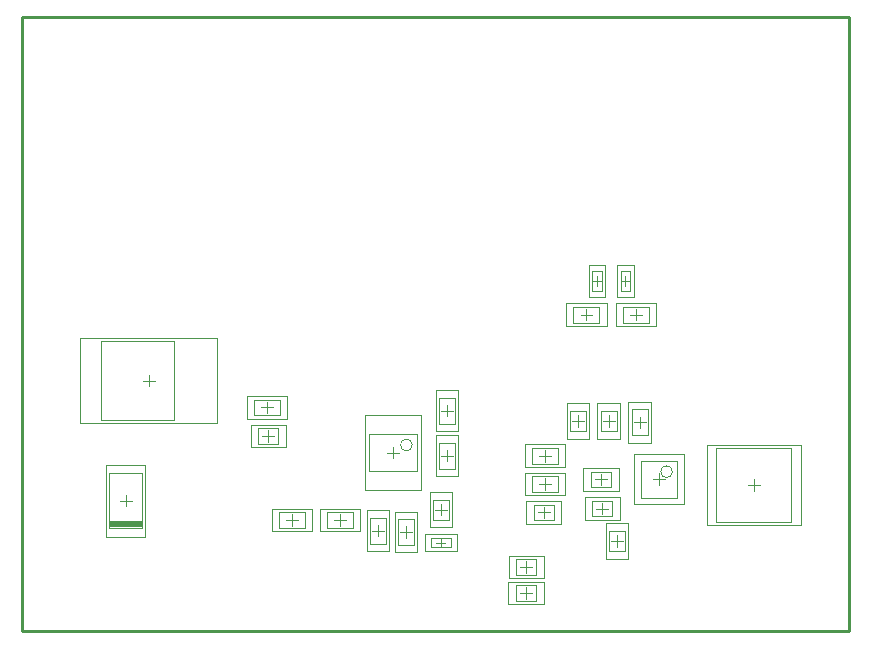
<source format=gm1>
G04*
G04 #@! TF.GenerationSoftware,Altium Limited,Altium Designer,18.1.11 (251)*
G04*
G04 Layer_Color=16711935*
%FSLAX25Y25*%
%MOIN*%
G70*
G01*
G75*
%ADD13C,0.00394*%
%ADD14C,0.01000*%
%ADD17R,0.10984X0.02436*%
%ADD18C,0.00197*%
D13*
X129996Y62059D02*
G03*
X129996Y62059I-1969J0D01*
G01*
X216733Y53150D02*
G03*
X216733Y53150I-1969J0D01*
G01*
X256209Y36221D02*
Y61024D01*
X231406Y36221D02*
Y61024D01*
Y36221D02*
X256209D01*
X231406Y61024D02*
X256209D01*
X39992Y34445D02*
Y52555D01*
X29008Y34445D02*
Y52555D01*
X39992D01*
X29008Y34445D02*
X39992D01*
X77169Y71866D02*
X85831D01*
X77169Y77181D02*
X85831D01*
Y71866D02*
Y77181D01*
X77169Y71866D02*
Y77181D01*
X115429Y53398D02*
Y65602D01*
X131571Y53398D02*
Y65602D01*
X115429Y53398D02*
X131571D01*
X115429Y65602D02*
X131571D01*
X202647Y113362D02*
Y120055D01*
X199497Y113362D02*
Y120055D01*
X202647D01*
X199497Y113362D02*
X202647D01*
X193147D02*
Y120055D01*
X189997Y113362D02*
Y120055D01*
X193147D01*
X189997Y113362D02*
X193147D01*
X183741Y108158D02*
X192403D01*
X183741Y102842D02*
X192403D01*
X183741D02*
Y108158D01*
X192403Y102842D02*
Y108158D01*
X200241Y102842D02*
X208903D01*
X200241Y108158D02*
X208903D01*
Y102842D02*
Y108158D01*
X200241Y102842D02*
Y108158D01*
X171299Y10063D02*
Y15378D01*
X164606Y10063D02*
Y15378D01*
Y10063D02*
X171299D01*
X164606Y15378D02*
X171299D01*
X203150Y65197D02*
Y73859D01*
X208465Y65197D02*
Y73859D01*
X203150Y65197D02*
X208465D01*
X203150Y73859D02*
X208465D01*
X192828Y66681D02*
X198143D01*
X192828Y73374D02*
X198143D01*
X192828Y66681D02*
Y73374D01*
X198143Y66681D02*
Y73374D01*
X182650Y66681D02*
X187965D01*
X182650Y73374D02*
X187965D01*
X182650Y66681D02*
Y73374D01*
X187965Y66681D02*
Y73374D01*
X170461Y36870D02*
Y42185D01*
X177154Y36870D02*
Y42185D01*
X170461D02*
X177154D01*
X170461Y36870D02*
X177154D01*
X169977Y46370D02*
X178638D01*
X169977Y51685D02*
X178638D01*
Y46370D02*
Y51685D01*
X169977Y46370D02*
Y51685D01*
X170020Y61116D02*
X178681D01*
X170020Y55801D02*
X178681D01*
X170020D02*
Y61116D01*
X178681Y55801D02*
Y61116D01*
X190008Y38192D02*
Y43507D01*
X196701Y38192D02*
Y43507D01*
X190008D02*
X196701D01*
X190008Y38192D02*
X196701D01*
X195650Y26660D02*
X200965D01*
X195650Y33353D02*
X200965D01*
X195650Y26660D02*
Y33353D01*
X200965Y26660D02*
Y33353D01*
X189508Y47870D02*
Y53185D01*
X196201Y47870D02*
Y53185D01*
X189508D02*
X196201D01*
X189508Y47870D02*
X196201D01*
X138842Y54169D02*
Y62831D01*
X144158Y54169D02*
Y62831D01*
X138842Y54169D02*
X144158D01*
X138842Y62831D02*
X144158D01*
X138842Y69169D02*
Y77831D01*
X144158Y69169D02*
Y77831D01*
X138842Y69169D02*
X144158D01*
X138842Y77831D02*
X144158D01*
X85669Y39701D02*
X94331D01*
X85669Y34386D02*
X94331D01*
X85669D02*
Y39701D01*
X94331Y34386D02*
Y39701D01*
X101669Y34386D02*
X110331D01*
X101669Y39701D02*
X110331D01*
Y34386D02*
Y39701D01*
X101669Y34386D02*
Y39701D01*
X136843Y43846D02*
X142157D01*
X136843Y37154D02*
X142157D01*
Y43846D01*
X136843Y37154D02*
Y43846D01*
X136153Y27925D02*
X142847D01*
X136153Y31075D02*
X142847D01*
Y27925D02*
Y31075D01*
X136153Y27925D02*
Y31075D01*
X121158Y29169D02*
Y37831D01*
X115842Y29169D02*
Y37831D01*
X121158D01*
X115842Y29169D02*
X121158D01*
X125343Y28669D02*
Y37331D01*
X130657Y28669D02*
Y37331D01*
X125343Y28669D02*
X130657D01*
X125343Y37331D02*
X130657D01*
X171394Y18741D02*
Y24056D01*
X164701Y18741D02*
Y24056D01*
Y18741D02*
X171394D01*
X164701Y24056D02*
X171394D01*
X206103Y56693D02*
X218307D01*
X206103Y44488D02*
X218307D01*
Y56693D01*
X206103Y44488D02*
Y56693D01*
X78654Y62343D02*
X85347D01*
X78654Y67658D02*
X85347D01*
Y62343D02*
Y67658D01*
X78654Y62343D02*
Y67658D01*
X26153Y96787D02*
X50642D01*
X26153Y70213D02*
X50642D01*
X26153D02*
Y96787D01*
X50642Y70213D02*
Y96787D01*
X241839Y48622D02*
X245776D01*
X243807Y46654D02*
Y50591D01*
X32531Y43500D02*
X36468D01*
X34500Y41532D02*
Y45469D01*
X81500Y72555D02*
Y76492D01*
X79532Y74524D02*
X83469D01*
X121531Y59500D02*
X125469D01*
X123500Y57531D02*
Y61468D01*
X199497Y116709D02*
X202647D01*
X201072Y115134D02*
Y118283D01*
X189997Y116709D02*
X193147D01*
X191572Y115134D02*
Y118283D01*
X188072Y103532D02*
Y107468D01*
X186103Y105500D02*
X190040D01*
X204572Y103532D02*
Y107468D01*
X202603Y105500D02*
X206540D01*
X165984Y12720D02*
X169921D01*
X167953Y10752D02*
Y14689D01*
X203839Y69528D02*
X207776D01*
X205807Y67559D02*
Y71496D01*
X195485Y68059D02*
Y71996D01*
X193517Y70028D02*
X197454D01*
X185307Y68059D02*
Y71996D01*
X183339Y70028D02*
X187276D01*
X171839Y39528D02*
X175776D01*
X173807Y37559D02*
Y41496D01*
X174307Y47059D02*
Y50996D01*
X172339Y49028D02*
X176276D01*
X174351Y56490D02*
Y60427D01*
X172382Y58459D02*
X176319D01*
X191386Y40850D02*
X195323D01*
X193355Y38881D02*
Y42818D01*
X198307Y28038D02*
Y31975D01*
X196339Y30006D02*
X200276D01*
X190886Y50528D02*
X194823D01*
X192855Y48559D02*
Y52496D01*
X139532Y58500D02*
X143468D01*
X141500Y56532D02*
Y60469D01*
X139532Y73500D02*
X143468D01*
X141500Y71531D02*
Y75468D01*
X90000Y35075D02*
Y39012D01*
X88032Y37043D02*
X91969D01*
X106000Y35075D02*
Y39012D01*
X104032Y37043D02*
X107968D01*
X139500Y38532D02*
Y42469D01*
X137531Y40500D02*
X141469D01*
X139500Y27925D02*
Y31075D01*
X137925Y29500D02*
X141075D01*
X116532Y33500D02*
X120468D01*
X118500Y31532D02*
Y35469D01*
X126031Y33000D02*
X129969D01*
X128000Y31032D02*
Y34969D01*
X166079Y21399D02*
X170016D01*
X168047Y19430D02*
Y23367D01*
X212205Y48622D02*
Y52559D01*
X210237Y50591D02*
X214174D01*
X82000Y63032D02*
Y66969D01*
X80032Y65000D02*
X83969D01*
X42177Y81532D02*
Y85469D01*
X40209Y83500D02*
X44146D01*
D14*
X0Y0D02*
Y204724D01*
Y0D02*
X275590D01*
Y204724D01*
X0D02*
X275590D01*
D17*
X34500Y35663D02*
D03*
D18*
X259457Y35237D02*
Y62008D01*
X228158Y35237D02*
Y62008D01*
Y35237D02*
X259457D01*
X228158Y62008D02*
X259457D01*
X40996Y31492D02*
Y55508D01*
X28004Y31492D02*
Y55508D01*
X40996D01*
X28004Y31492D02*
X40996D01*
X74807Y70784D02*
X88193D01*
X74807Y78264D02*
X88193D01*
Y70784D02*
Y78264D01*
X74807Y70784D02*
Y78264D01*
X114248Y47098D02*
Y71902D01*
X132752Y47098D02*
Y71902D01*
X114248Y47098D02*
X132752D01*
X114248Y71902D02*
X132752D01*
X203828Y111394D02*
Y122024D01*
X198316Y111394D02*
Y122024D01*
X203828D01*
X198316Y111394D02*
X203828D01*
X194328D02*
Y122024D01*
X188816Y111394D02*
Y122024D01*
X194328D01*
X188816Y111394D02*
X194328D01*
X181379Y109240D02*
X194765D01*
X181379Y101760D02*
X194765D01*
X181379D02*
Y109240D01*
X194765Y101760D02*
Y109240D01*
X197879Y101760D02*
X211265D01*
X197879Y109240D02*
X211265D01*
Y101760D02*
Y109240D01*
X197879Y101760D02*
Y109240D01*
X173858Y8980D02*
Y16461D01*
X162047Y8980D02*
Y16461D01*
Y8980D02*
X173858D01*
X162047Y16461D02*
X173858D01*
X202067Y62835D02*
Y76221D01*
X209547Y62835D02*
Y76221D01*
X202067Y62835D02*
X209547D01*
X202067Y76221D02*
X209547D01*
X191745Y64122D02*
X199226D01*
X191745Y75933D02*
X199226D01*
X191745Y64122D02*
Y75933D01*
X199226Y64122D02*
Y75933D01*
X181567Y64122D02*
X189048D01*
X181567Y75933D02*
X189048D01*
X181567Y64122D02*
Y75933D01*
X189048Y64122D02*
Y75933D01*
X167902Y35788D02*
Y43268D01*
X179713Y35788D02*
Y43268D01*
X167902D02*
X179713D01*
X167902Y35788D02*
X179713D01*
X167614Y45288D02*
X181000D01*
X167614Y52768D02*
X181000D01*
Y45288D02*
Y52768D01*
X167614Y45288D02*
Y52768D01*
X167658Y62199D02*
X181044D01*
X167658Y54719D02*
X181044D01*
X167658D02*
Y62199D01*
X181044Y54719D02*
Y62199D01*
X187449Y37110D02*
Y44590D01*
X199260Y37110D02*
Y44590D01*
X187449D02*
X199260D01*
X187449Y37110D02*
X199260D01*
X194567Y24101D02*
X202047D01*
X194567Y35912D02*
X202047D01*
X194567Y24101D02*
Y35912D01*
X202047Y24101D02*
Y35912D01*
X186949Y46788D02*
Y54268D01*
X198760Y46788D02*
Y54268D01*
X186949D02*
X198760D01*
X186949Y46788D02*
X198760D01*
X137760Y51807D02*
Y65193D01*
X145240Y51807D02*
Y65193D01*
X137760Y51807D02*
X145240D01*
X137760Y65193D02*
X145240D01*
X137760Y66807D02*
Y80193D01*
X145240Y66807D02*
Y80193D01*
X137760Y66807D02*
X145240D01*
X137760Y80193D02*
X145240D01*
X83307Y40784D02*
X96693D01*
X83307Y33303D02*
X96693D01*
X83307D02*
Y40784D01*
X96693Y33303D02*
Y40784D01*
X99307Y33303D02*
X112693D01*
X99307Y40784D02*
X112693D01*
Y33303D02*
Y40784D01*
X99307Y33303D02*
Y40784D01*
X135760Y46406D02*
X143240D01*
X135760Y34595D02*
X143240D01*
Y46406D01*
X135760Y34595D02*
Y46406D01*
X134185Y26744D02*
X144815D01*
X134185Y32256D02*
X144815D01*
Y26744D02*
Y32256D01*
X134185Y26744D02*
Y32256D01*
X122240Y26807D02*
Y40193D01*
X114760Y26807D02*
Y40193D01*
X122240D01*
X114760Y26807D02*
X122240D01*
X124260Y26307D02*
Y39693D01*
X131740Y26307D02*
Y39693D01*
X124260Y26307D02*
X131740D01*
X124260Y39693D02*
X131740D01*
X173953Y17659D02*
Y25139D01*
X162142Y17659D02*
Y25139D01*
Y17659D02*
X173953D01*
X162142Y25139D02*
X173953D01*
X203937Y58859D02*
X220473D01*
X203937Y42323D02*
X220473D01*
Y58859D01*
X203937Y42323D02*
Y58859D01*
X76095Y61260D02*
X87906D01*
X76095Y68740D02*
X87906D01*
Y61260D02*
Y68740D01*
X76095Y61260D02*
Y68740D01*
X19342Y97772D02*
X65012D01*
X19342Y69228D02*
X65012D01*
X19342D02*
Y97772D01*
X65012Y69228D02*
Y97772D01*
M02*

</source>
